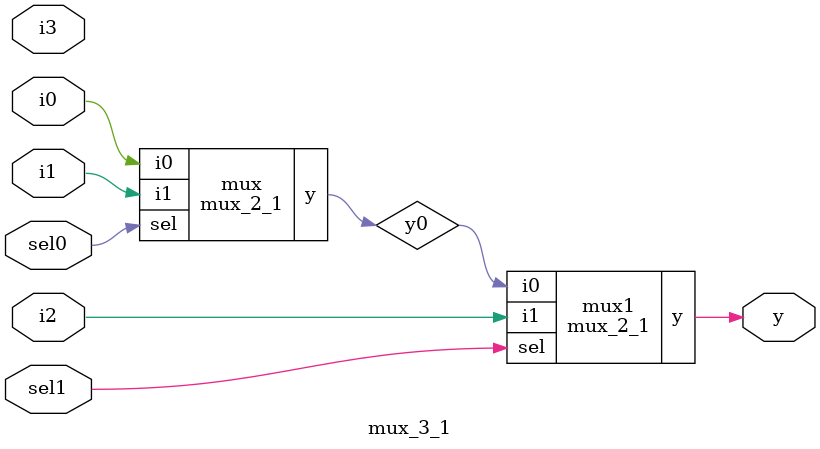
<source format=v>
module mux_2_1(input sel,i0,i1,output y);
  assign y=sel?i1:i0;
endmodule

module mux_3_1(input sel0,sel1,i0,i1,i2,i3,output y);
  wire y0;
  
  mux_2_1 mux(sel0,i0,i1,y0);
  mux_2_1 mux1(sel1,y0,i2,y);
endmodule  

</source>
